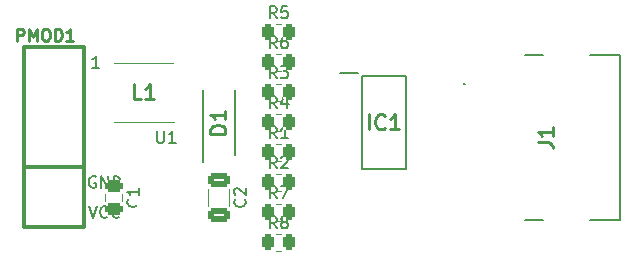
<source format=gto>
%TF.GenerationSoftware,KiCad,Pcbnew,(6.0.5)*%
%TF.CreationDate,2022-06-04T23:49:02-06:00*%
%TF.ProjectId,PMOD_HDMI,504d4f44-5f48-4444-9d49-2e6b69636164,rev?*%
%TF.SameCoordinates,Original*%
%TF.FileFunction,Legend,Top*%
%TF.FilePolarity,Positive*%
%FSLAX46Y46*%
G04 Gerber Fmt 4.6, Leading zero omitted, Abs format (unit mm)*
G04 Created by KiCad (PCBNEW (6.0.5)) date 2022-06-04 23:49:02*
%MOMM*%
%LPD*%
G01*
G04 APERTURE LIST*
G04 Aperture macros list*
%AMRoundRect*
0 Rectangle with rounded corners*
0 $1 Rounding radius*
0 $2 $3 $4 $5 $6 $7 $8 $9 X,Y pos of 4 corners*
0 Add a 4 corners polygon primitive as box body*
4,1,4,$2,$3,$4,$5,$6,$7,$8,$9,$2,$3,0*
0 Add four circle primitives for the rounded corners*
1,1,$1+$1,$2,$3*
1,1,$1+$1,$4,$5*
1,1,$1+$1,$6,$7*
1,1,$1+$1,$8,$9*
0 Add four rect primitives between the rounded corners*
20,1,$1+$1,$2,$3,$4,$5,0*
20,1,$1+$1,$4,$5,$6,$7,0*
20,1,$1+$1,$6,$7,$8,$9,0*
20,1,$1+$1,$8,$9,$2,$3,0*%
G04 Aperture macros list end*
%ADD10C,0.254000*%
%ADD11C,0.150000*%
%ADD12C,0.304800*%
%ADD13C,0.100000*%
%ADD14C,0.200000*%
%ADD15C,0.120000*%
%ADD16R,1.524000X1.524000*%
%ADD17C,1.524000*%
%ADD18C,0.010000*%
%ADD19C,1.700000*%
%ADD20R,0.800000X1.400000*%
%ADD21R,1.500000X4.000000*%
%ADD22R,2.600000X0.280000*%
%ADD23C,3.990000*%
%ADD24C,2.880000*%
%ADD25R,1.475000X0.450000*%
%ADD26R,2.150000X2.150000*%
%ADD27RoundRect,0.250000X-0.262500X-0.450000X0.262500X-0.450000X0.262500X0.450000X-0.262500X0.450000X0*%
%ADD28RoundRect,0.250000X-0.650000X0.325000X-0.650000X-0.325000X0.650000X-0.325000X0.650000X0.325000X0*%
%ADD29RoundRect,0.250000X-0.475000X0.250000X-0.475000X-0.250000X0.475000X-0.250000X0.475000X0.250000X0*%
G04 APERTURE END LIST*
D10*
%TO.C,PMOD1*%
X75607333Y-95963619D02*
X75607333Y-94947619D01*
X75994380Y-94947619D01*
X76091142Y-94996000D01*
X76139523Y-95044380D01*
X76187904Y-95141142D01*
X76187904Y-95286285D01*
X76139523Y-95383047D01*
X76091142Y-95431428D01*
X75994380Y-95479809D01*
X75607333Y-95479809D01*
X76623333Y-95963619D02*
X76623333Y-94947619D01*
X76962000Y-95673333D01*
X77300666Y-94947619D01*
X77300666Y-95963619D01*
X77978000Y-94947619D02*
X78171523Y-94947619D01*
X78268285Y-94996000D01*
X78365047Y-95092761D01*
X78413428Y-95286285D01*
X78413428Y-95624952D01*
X78365047Y-95818476D01*
X78268285Y-95915238D01*
X78171523Y-95963619D01*
X77978000Y-95963619D01*
X77881238Y-95915238D01*
X77784476Y-95818476D01*
X77736095Y-95624952D01*
X77736095Y-95286285D01*
X77784476Y-95092761D01*
X77881238Y-94996000D01*
X77978000Y-94947619D01*
X78848857Y-95963619D02*
X78848857Y-94947619D01*
X79090761Y-94947619D01*
X79235904Y-94996000D01*
X79332666Y-95092761D01*
X79381047Y-95189523D01*
X79429428Y-95383047D01*
X79429428Y-95528190D01*
X79381047Y-95721714D01*
X79332666Y-95818476D01*
X79235904Y-95915238D01*
X79090761Y-95963619D01*
X78848857Y-95963619D01*
X80397047Y-95963619D02*
X79816476Y-95963619D01*
X80106761Y-95963619D02*
X80106761Y-94947619D01*
X80010000Y-95092761D01*
X79913238Y-95189523D01*
X79816476Y-95237904D01*
D11*
X81724666Y-109942380D02*
X82058000Y-110942380D01*
X82391333Y-109942380D01*
X83296095Y-110847142D02*
X83248476Y-110894761D01*
X83105619Y-110942380D01*
X83010380Y-110942380D01*
X82867523Y-110894761D01*
X82772285Y-110799523D01*
X82724666Y-110704285D01*
X82677047Y-110513809D01*
X82677047Y-110370952D01*
X82724666Y-110180476D01*
X82772285Y-110085238D01*
X82867523Y-109990000D01*
X83010380Y-109942380D01*
X83105619Y-109942380D01*
X83248476Y-109990000D01*
X83296095Y-110037619D01*
X84296095Y-110847142D02*
X84248476Y-110894761D01*
X84105619Y-110942380D01*
X84010380Y-110942380D01*
X83867523Y-110894761D01*
X83772285Y-110799523D01*
X83724666Y-110704285D01*
X83677047Y-110513809D01*
X83677047Y-110370952D01*
X83724666Y-110180476D01*
X83772285Y-110085238D01*
X83867523Y-109990000D01*
X84010380Y-109942380D01*
X84105619Y-109942380D01*
X84248476Y-109990000D01*
X84296095Y-110037619D01*
X82296095Y-107450000D02*
X82200857Y-107402380D01*
X82058000Y-107402380D01*
X81915142Y-107450000D01*
X81819904Y-107545238D01*
X81772285Y-107640476D01*
X81724666Y-107830952D01*
X81724666Y-107973809D01*
X81772285Y-108164285D01*
X81819904Y-108259523D01*
X81915142Y-108354761D01*
X82058000Y-108402380D01*
X82153238Y-108402380D01*
X82296095Y-108354761D01*
X82343714Y-108307142D01*
X82343714Y-107973809D01*
X82153238Y-107973809D01*
X82772285Y-108402380D02*
X82772285Y-107402380D01*
X83343714Y-108402380D01*
X83343714Y-107402380D01*
X83819904Y-108402380D02*
X83819904Y-107402380D01*
X84058000Y-107402380D01*
X84200857Y-107450000D01*
X84296095Y-107545238D01*
X84343714Y-107640476D01*
X84391333Y-107830952D01*
X84391333Y-107973809D01*
X84343714Y-108164285D01*
X84296095Y-108259523D01*
X84200857Y-108354761D01*
X84058000Y-108402380D01*
X83819904Y-108402380D01*
X82581714Y-98242380D02*
X82010285Y-98242380D01*
X82296000Y-98242380D02*
X82296000Y-97242380D01*
X82200761Y-97385238D01*
X82105523Y-97480476D01*
X82010285Y-97528095D01*
%TO.C,U1*%
X87503095Y-103592380D02*
X87503095Y-104401904D01*
X87550714Y-104497142D01*
X87598333Y-104544761D01*
X87693571Y-104592380D01*
X87884047Y-104592380D01*
X87979285Y-104544761D01*
X88026904Y-104497142D01*
X88074523Y-104401904D01*
X88074523Y-103592380D01*
X89074523Y-104592380D02*
X88503095Y-104592380D01*
X88788809Y-104592380D02*
X88788809Y-103592380D01*
X88693571Y-103735238D01*
X88598333Y-103830476D01*
X88503095Y-103878095D01*
D10*
%TO.C,L1*%
X86148333Y-100904523D02*
X85543571Y-100904523D01*
X85543571Y-99634523D01*
X87236904Y-100904523D02*
X86511190Y-100904523D01*
X86874047Y-100904523D02*
X86874047Y-99634523D01*
X86753095Y-99815952D01*
X86632142Y-99936904D01*
X86511190Y-99997380D01*
%TO.C,J1*%
X119714523Y-104563333D02*
X120621666Y-104563333D01*
X120803095Y-104623809D01*
X120924047Y-104744761D01*
X120984523Y-104926190D01*
X120984523Y-105047142D01*
X120984523Y-103293333D02*
X120984523Y-104019047D01*
X120984523Y-103656190D02*
X119714523Y-103656190D01*
X119895952Y-103777142D01*
X120016904Y-103898095D01*
X120077380Y-104019047D01*
%TO.C,IC1*%
X105440238Y-103444523D02*
X105440238Y-102174523D01*
X106770714Y-103323571D02*
X106710238Y-103384047D01*
X106528809Y-103444523D01*
X106407857Y-103444523D01*
X106226428Y-103384047D01*
X106105476Y-103263095D01*
X106045000Y-103142142D01*
X105984523Y-102900238D01*
X105984523Y-102718809D01*
X106045000Y-102476904D01*
X106105476Y-102355952D01*
X106226428Y-102235000D01*
X106407857Y-102174523D01*
X106528809Y-102174523D01*
X106710238Y-102235000D01*
X106770714Y-102295476D01*
X107980238Y-103444523D02*
X107254523Y-103444523D01*
X107617380Y-103444523D02*
X107617380Y-102174523D01*
X107496428Y-102355952D01*
X107375476Y-102476904D01*
X107254523Y-102537380D01*
%TO.C,D1*%
X93284523Y-103807380D02*
X92014523Y-103807380D01*
X92014523Y-103505000D01*
X92075000Y-103323571D01*
X92195952Y-103202619D01*
X92316904Y-103142142D01*
X92558809Y-103081666D01*
X92740238Y-103081666D01*
X92982142Y-103142142D01*
X93103095Y-103202619D01*
X93224047Y-103323571D01*
X93284523Y-103505000D01*
X93284523Y-103807380D01*
X93284523Y-101872142D02*
X93284523Y-102597857D01*
X93284523Y-102235000D02*
X92014523Y-102235000D01*
X92195952Y-102355952D01*
X92316904Y-102476904D01*
X92377380Y-102597857D01*
D11*
%TO.C,R8*%
X97623333Y-111832380D02*
X97290000Y-111356190D01*
X97051904Y-111832380D02*
X97051904Y-110832380D01*
X97432857Y-110832380D01*
X97528095Y-110880000D01*
X97575714Y-110927619D01*
X97623333Y-111022857D01*
X97623333Y-111165714D01*
X97575714Y-111260952D01*
X97528095Y-111308571D01*
X97432857Y-111356190D01*
X97051904Y-111356190D01*
X98194761Y-111260952D02*
X98099523Y-111213333D01*
X98051904Y-111165714D01*
X98004285Y-111070476D01*
X98004285Y-111022857D01*
X98051904Y-110927619D01*
X98099523Y-110880000D01*
X98194761Y-110832380D01*
X98385238Y-110832380D01*
X98480476Y-110880000D01*
X98528095Y-110927619D01*
X98575714Y-111022857D01*
X98575714Y-111070476D01*
X98528095Y-111165714D01*
X98480476Y-111213333D01*
X98385238Y-111260952D01*
X98194761Y-111260952D01*
X98099523Y-111308571D01*
X98051904Y-111356190D01*
X98004285Y-111451428D01*
X98004285Y-111641904D01*
X98051904Y-111737142D01*
X98099523Y-111784761D01*
X98194761Y-111832380D01*
X98385238Y-111832380D01*
X98480476Y-111784761D01*
X98528095Y-111737142D01*
X98575714Y-111641904D01*
X98575714Y-111451428D01*
X98528095Y-111356190D01*
X98480476Y-111308571D01*
X98385238Y-111260952D01*
%TO.C,R7*%
X97623333Y-109292380D02*
X97290000Y-108816190D01*
X97051904Y-109292380D02*
X97051904Y-108292380D01*
X97432857Y-108292380D01*
X97528095Y-108340000D01*
X97575714Y-108387619D01*
X97623333Y-108482857D01*
X97623333Y-108625714D01*
X97575714Y-108720952D01*
X97528095Y-108768571D01*
X97432857Y-108816190D01*
X97051904Y-108816190D01*
X97956666Y-108292380D02*
X98623333Y-108292380D01*
X98194761Y-109292380D01*
%TO.C,R6*%
X97623333Y-96592380D02*
X97290000Y-96116190D01*
X97051904Y-96592380D02*
X97051904Y-95592380D01*
X97432857Y-95592380D01*
X97528095Y-95640000D01*
X97575714Y-95687619D01*
X97623333Y-95782857D01*
X97623333Y-95925714D01*
X97575714Y-96020952D01*
X97528095Y-96068571D01*
X97432857Y-96116190D01*
X97051904Y-96116190D01*
X98480476Y-95592380D02*
X98290000Y-95592380D01*
X98194761Y-95640000D01*
X98147142Y-95687619D01*
X98051904Y-95830476D01*
X98004285Y-96020952D01*
X98004285Y-96401904D01*
X98051904Y-96497142D01*
X98099523Y-96544761D01*
X98194761Y-96592380D01*
X98385238Y-96592380D01*
X98480476Y-96544761D01*
X98528095Y-96497142D01*
X98575714Y-96401904D01*
X98575714Y-96163809D01*
X98528095Y-96068571D01*
X98480476Y-96020952D01*
X98385238Y-95973333D01*
X98194761Y-95973333D01*
X98099523Y-96020952D01*
X98051904Y-96068571D01*
X98004285Y-96163809D01*
%TO.C,R5*%
X97623333Y-94052380D02*
X97290000Y-93576190D01*
X97051904Y-94052380D02*
X97051904Y-93052380D01*
X97432857Y-93052380D01*
X97528095Y-93100000D01*
X97575714Y-93147619D01*
X97623333Y-93242857D01*
X97623333Y-93385714D01*
X97575714Y-93480952D01*
X97528095Y-93528571D01*
X97432857Y-93576190D01*
X97051904Y-93576190D01*
X98528095Y-93052380D02*
X98051904Y-93052380D01*
X98004285Y-93528571D01*
X98051904Y-93480952D01*
X98147142Y-93433333D01*
X98385238Y-93433333D01*
X98480476Y-93480952D01*
X98528095Y-93528571D01*
X98575714Y-93623809D01*
X98575714Y-93861904D01*
X98528095Y-93957142D01*
X98480476Y-94004761D01*
X98385238Y-94052380D01*
X98147142Y-94052380D01*
X98051904Y-94004761D01*
X98004285Y-93957142D01*
%TO.C,R4*%
X97623333Y-101672380D02*
X97290000Y-101196190D01*
X97051904Y-101672380D02*
X97051904Y-100672380D01*
X97432857Y-100672380D01*
X97528095Y-100720000D01*
X97575714Y-100767619D01*
X97623333Y-100862857D01*
X97623333Y-101005714D01*
X97575714Y-101100952D01*
X97528095Y-101148571D01*
X97432857Y-101196190D01*
X97051904Y-101196190D01*
X98480476Y-101005714D02*
X98480476Y-101672380D01*
X98242380Y-100624761D02*
X98004285Y-101339047D01*
X98623333Y-101339047D01*
%TO.C,R3*%
X97623333Y-99132380D02*
X97290000Y-98656190D01*
X97051904Y-99132380D02*
X97051904Y-98132380D01*
X97432857Y-98132380D01*
X97528095Y-98180000D01*
X97575714Y-98227619D01*
X97623333Y-98322857D01*
X97623333Y-98465714D01*
X97575714Y-98560952D01*
X97528095Y-98608571D01*
X97432857Y-98656190D01*
X97051904Y-98656190D01*
X97956666Y-98132380D02*
X98575714Y-98132380D01*
X98242380Y-98513333D01*
X98385238Y-98513333D01*
X98480476Y-98560952D01*
X98528095Y-98608571D01*
X98575714Y-98703809D01*
X98575714Y-98941904D01*
X98528095Y-99037142D01*
X98480476Y-99084761D01*
X98385238Y-99132380D01*
X98099523Y-99132380D01*
X98004285Y-99084761D01*
X97956666Y-99037142D01*
%TO.C,R2*%
X97623333Y-106752380D02*
X97290000Y-106276190D01*
X97051904Y-106752380D02*
X97051904Y-105752380D01*
X97432857Y-105752380D01*
X97528095Y-105800000D01*
X97575714Y-105847619D01*
X97623333Y-105942857D01*
X97623333Y-106085714D01*
X97575714Y-106180952D01*
X97528095Y-106228571D01*
X97432857Y-106276190D01*
X97051904Y-106276190D01*
X98004285Y-105847619D02*
X98051904Y-105800000D01*
X98147142Y-105752380D01*
X98385238Y-105752380D01*
X98480476Y-105800000D01*
X98528095Y-105847619D01*
X98575714Y-105942857D01*
X98575714Y-106038095D01*
X98528095Y-106180952D01*
X97956666Y-106752380D01*
X98575714Y-106752380D01*
%TO.C,R1*%
X97623333Y-104212380D02*
X97290000Y-103736190D01*
X97051904Y-104212380D02*
X97051904Y-103212380D01*
X97432857Y-103212380D01*
X97528095Y-103260000D01*
X97575714Y-103307619D01*
X97623333Y-103402857D01*
X97623333Y-103545714D01*
X97575714Y-103640952D01*
X97528095Y-103688571D01*
X97432857Y-103736190D01*
X97051904Y-103736190D01*
X98575714Y-104212380D02*
X98004285Y-104212380D01*
X98290000Y-104212380D02*
X98290000Y-103212380D01*
X98194761Y-103355238D01*
X98099523Y-103450476D01*
X98004285Y-103498095D01*
%TO.C,C2*%
X94917142Y-109386666D02*
X94964761Y-109434285D01*
X95012380Y-109577142D01*
X95012380Y-109672380D01*
X94964761Y-109815238D01*
X94869523Y-109910476D01*
X94774285Y-109958095D01*
X94583809Y-110005714D01*
X94440952Y-110005714D01*
X94250476Y-109958095D01*
X94155238Y-109910476D01*
X94060000Y-109815238D01*
X94012380Y-109672380D01*
X94012380Y-109577142D01*
X94060000Y-109434285D01*
X94107619Y-109386666D01*
X94107619Y-109005714D02*
X94060000Y-108958095D01*
X94012380Y-108862857D01*
X94012380Y-108624761D01*
X94060000Y-108529523D01*
X94107619Y-108481904D01*
X94202857Y-108434285D01*
X94298095Y-108434285D01*
X94440952Y-108481904D01*
X95012380Y-109053333D01*
X95012380Y-108434285D01*
%TO.C,C1*%
X85857142Y-109386666D02*
X85904761Y-109434285D01*
X85952380Y-109577142D01*
X85952380Y-109672380D01*
X85904761Y-109815238D01*
X85809523Y-109910476D01*
X85714285Y-109958095D01*
X85523809Y-110005714D01*
X85380952Y-110005714D01*
X85190476Y-109958095D01*
X85095238Y-109910476D01*
X85000000Y-109815238D01*
X84952380Y-109672380D01*
X84952380Y-109577142D01*
X85000000Y-109434285D01*
X85047619Y-109386666D01*
X85952380Y-108434285D02*
X85952380Y-109005714D01*
X85952380Y-108720000D02*
X84952380Y-108720000D01*
X85095238Y-108815238D01*
X85190476Y-108910476D01*
X85238095Y-109005714D01*
D12*
%TO.C,PMOD1*%
X81280000Y-106680000D02*
X76200000Y-106680000D01*
X76200000Y-96520000D02*
X76200000Y-111760000D01*
X76200000Y-111760000D02*
X81280000Y-111760000D01*
X81280000Y-111760000D02*
X81280000Y-96520000D01*
X81280000Y-96520000D02*
X76200000Y-96520000D01*
D13*
%TO.C,L1*%
X83860000Y-97830000D02*
X88860000Y-97830000D01*
X83860000Y-102830000D02*
X88900000Y-102830000D01*
D14*
%TO.C,J1*%
X118650000Y-97140000D02*
X118650000Y-97140000D01*
X118650000Y-97140000D02*
X120150000Y-97140000D01*
X120150000Y-97140000D02*
X120150000Y-97140000D01*
X120150000Y-97140000D02*
X118650000Y-97140000D01*
X124150000Y-97140000D02*
X124150000Y-97140000D01*
X124150000Y-97140000D02*
X126720000Y-97140000D01*
X126720000Y-97140000D02*
X126720000Y-97140000D01*
X126720000Y-97140000D02*
X124150000Y-97140000D01*
X126720000Y-97140000D02*
X126720000Y-111140000D01*
X126720000Y-111140000D02*
X126720000Y-111140000D01*
X126720000Y-111140000D02*
X126720000Y-97140000D01*
X126720000Y-97140000D02*
X126720000Y-97140000D01*
X126720000Y-111140000D02*
X126720000Y-111140000D01*
X126720000Y-111140000D02*
X124150000Y-111140000D01*
X124150000Y-111140000D02*
X124150000Y-111140000D01*
X124150000Y-111140000D02*
X126720000Y-111140000D01*
X120150000Y-111140000D02*
X120150000Y-111140000D01*
X120150000Y-111140000D02*
X118650000Y-111140000D01*
X118650000Y-111140000D02*
X118650000Y-111140000D01*
X118650000Y-111140000D02*
X120150000Y-111140000D01*
X113450000Y-99640000D02*
X113450000Y-99640000D01*
X113550000Y-99640000D02*
X113550000Y-99640000D01*
X113450000Y-99640000D02*
X113450000Y-99640000D01*
X113450000Y-99640000D02*
G75*
G03*
X113550000Y-99640000I50000J0D01*
G01*
X113550000Y-99640000D02*
G75*
G03*
X113450000Y-99640000I-50000J0D01*
G01*
X113450000Y-99640000D02*
G75*
G03*
X113550000Y-99640000I50000J0D01*
G01*
%TO.C,IC1*%
X104830000Y-98970000D02*
X108530000Y-98970000D01*
X108530000Y-98970000D02*
X108530000Y-106770000D01*
X108530000Y-106770000D02*
X104830000Y-106770000D01*
X104830000Y-106770000D02*
X104830000Y-98970000D01*
X103005000Y-98720000D02*
X104480000Y-98720000D01*
%TO.C,D1*%
X91358000Y-100145000D02*
X91358000Y-106245000D01*
X94062000Y-105595000D02*
X94062000Y-100145000D01*
D15*
%TO.C,R8*%
X97562936Y-112295000D02*
X98017064Y-112295000D01*
X97562936Y-113765000D02*
X98017064Y-113765000D01*
%TO.C,R7*%
X97562936Y-109755000D02*
X98017064Y-109755000D01*
X97562936Y-111225000D02*
X98017064Y-111225000D01*
%TO.C,R6*%
X97562936Y-97055000D02*
X98017064Y-97055000D01*
X97562936Y-98525000D02*
X98017064Y-98525000D01*
%TO.C,R5*%
X97562936Y-94515000D02*
X98017064Y-94515000D01*
X97562936Y-95985000D02*
X98017064Y-95985000D01*
%TO.C,R4*%
X97562936Y-102135000D02*
X98017064Y-102135000D01*
X97562936Y-103605000D02*
X98017064Y-103605000D01*
%TO.C,R3*%
X97562936Y-99595000D02*
X98017064Y-99595000D01*
X97562936Y-101065000D02*
X98017064Y-101065000D01*
%TO.C,R2*%
X97562936Y-107215000D02*
X98017064Y-107215000D01*
X97562936Y-108685000D02*
X98017064Y-108685000D01*
%TO.C,R1*%
X97562936Y-104675000D02*
X98017064Y-104675000D01*
X97562936Y-106145000D02*
X98017064Y-106145000D01*
%TO.C,C2*%
X93620000Y-108508748D02*
X93620000Y-109931252D01*
X91800000Y-108508748D02*
X91800000Y-109931252D01*
%TO.C,C1*%
X83085000Y-108958748D02*
X83085000Y-109481252D01*
X84555000Y-108958748D02*
X84555000Y-109481252D01*
%TD*%
D16*
%TO.C,PMOD1*%
X80010000Y-97790000D03*
D17*
X77470000Y-97790000D03*
X80010000Y-100330000D03*
X77470000Y-100330000D03*
X80010000Y-102870000D03*
X77470000Y-102870000D03*
X80010000Y-105410000D03*
X77470000Y-105410000D03*
X80010000Y-107950000D03*
X77470000Y-107950000D03*
X80010000Y-110490000D03*
X77470000Y-110490000D03*
%TD*%
%LPC*%
%TO.C,U1*%
G36*
X88130000Y-110730000D02*
G01*
X87130000Y-110730000D01*
X87130000Y-109130000D01*
X88130000Y-109130000D01*
X88130000Y-110730000D01*
G37*
D18*
X88130000Y-110730000D02*
X87130000Y-110730000D01*
X87130000Y-109130000D01*
X88130000Y-109130000D01*
X88130000Y-110730000D01*
G36*
X87880000Y-108100000D02*
G01*
X87355000Y-108100000D01*
X87355000Y-105925000D01*
X87880000Y-105925000D01*
X87880000Y-108100000D01*
G37*
D19*
X87880000Y-108100000D02*
X87355000Y-108100000D01*
X87355000Y-105925000D01*
X87880000Y-105925000D01*
X87880000Y-108100000D01*
%TD*%
D16*
%TO.C,PMOD1*%
X80010000Y-97790000D03*
D17*
X77470000Y-97790000D03*
X80010000Y-100330000D03*
X77470000Y-100330000D03*
X80010000Y-102870000D03*
X77470000Y-102870000D03*
X80010000Y-105410000D03*
X77470000Y-105410000D03*
X80010000Y-107950000D03*
X77470000Y-107950000D03*
X80010000Y-110490000D03*
X77470000Y-110490000D03*
%TD*%
D20*
%TO.C,U1*%
X86131000Y-109931000D03*
X89129000Y-109931000D03*
%TD*%
D21*
%TO.C,L1*%
X84560000Y-100330000D03*
X88160000Y-100330000D03*
%TD*%
D22*
%TO.C,J1*%
X115400000Y-99640000D03*
X115400000Y-100140000D03*
X115400000Y-100640000D03*
X115400000Y-101140000D03*
X115400000Y-101640000D03*
X115400000Y-102140000D03*
X115400000Y-102640000D03*
X115400000Y-103140000D03*
X115400000Y-103640000D03*
X115400000Y-104140000D03*
X115400000Y-104640000D03*
X115400000Y-105140000D03*
X115400000Y-105640000D03*
X115400000Y-106140000D03*
X115400000Y-106640000D03*
X115400000Y-107140000D03*
X115400000Y-107640000D03*
X115400000Y-108140000D03*
X115400000Y-108640000D03*
D23*
X116160000Y-96890000D03*
X116160000Y-111390000D03*
D24*
X122120000Y-96890000D03*
X122120000Y-111390000D03*
%TD*%
D25*
%TO.C,IC1*%
X103742000Y-99295000D03*
X103742000Y-99945000D03*
X103742000Y-100595000D03*
X103742000Y-101245000D03*
X103742000Y-101895000D03*
X103742000Y-102545000D03*
X103742000Y-103195000D03*
X103742000Y-103845000D03*
X103742000Y-104495000D03*
X103742000Y-105145000D03*
X103742000Y-105795000D03*
X103742000Y-106445000D03*
X109618000Y-106445000D03*
X109618000Y-105795000D03*
X109618000Y-105145000D03*
X109618000Y-104495000D03*
X109618000Y-103845000D03*
X109618000Y-103195000D03*
X109618000Y-102545000D03*
X109618000Y-101895000D03*
X109618000Y-101245000D03*
X109618000Y-100595000D03*
X109618000Y-99945000D03*
X109618000Y-99295000D03*
%TD*%
D26*
%TO.C,D1*%
X92710000Y-105170000D03*
X92710000Y-100570000D03*
%TD*%
D27*
%TO.C,R8*%
X96877500Y-113030000D03*
X98702500Y-113030000D03*
%TD*%
%TO.C,R7*%
X96877500Y-110490000D03*
X98702500Y-110490000D03*
%TD*%
%TO.C,R6*%
X96877500Y-97790000D03*
X98702500Y-97790000D03*
%TD*%
%TO.C,R5*%
X96877500Y-95250000D03*
X98702500Y-95250000D03*
%TD*%
%TO.C,R4*%
X96877500Y-102870000D03*
X98702500Y-102870000D03*
%TD*%
%TO.C,R3*%
X96877500Y-100330000D03*
X98702500Y-100330000D03*
%TD*%
%TO.C,R2*%
X96877500Y-107950000D03*
X98702500Y-107950000D03*
%TD*%
%TO.C,R1*%
X96877500Y-105410000D03*
X98702500Y-105410000D03*
%TD*%
D28*
%TO.C,C2*%
X92710000Y-107745000D03*
X92710000Y-110695000D03*
%TD*%
D29*
%TO.C,C1*%
X83820000Y-108270000D03*
X83820000Y-110170000D03*
%TD*%
M02*

</source>
